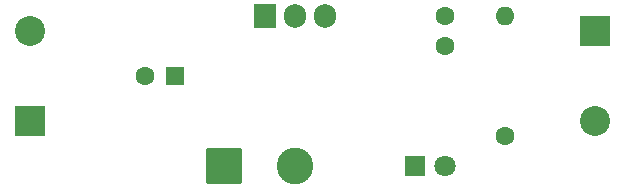
<source format=gbr>
%TF.GenerationSoftware,KiCad,Pcbnew,7.0.8*%
%TF.CreationDate,2023-10-07T13:31:36+02:00*%
%TF.ProjectId,Spannungsregler_(Zusatz),5370616e-6e75-46e6-9773-7265676c6572,rev?*%
%TF.SameCoordinates,Original*%
%TF.FileFunction,Copper,L2,Bot*%
%TF.FilePolarity,Positive*%
%FSLAX46Y46*%
G04 Gerber Fmt 4.6, Leading zero omitted, Abs format (unit mm)*
G04 Created by KiCad (PCBNEW 7.0.8) date 2023-10-07 13:31:36*
%MOMM*%
%LPD*%
G01*
G04 APERTURE LIST*
G04 Aperture macros list*
%AMRoundRect*
0 Rectangle with rounded corners*
0 $1 Rounding radius*
0 $2 $3 $4 $5 $6 $7 $8 $9 X,Y pos of 4 corners*
0 Add a 4 corners polygon primitive as box body*
4,1,4,$2,$3,$4,$5,$6,$7,$8,$9,$2,$3,0*
0 Add four circle primitives for the rounded corners*
1,1,$1+$1,$2,$3*
1,1,$1+$1,$4,$5*
1,1,$1+$1,$6,$7*
1,1,$1+$1,$8,$9*
0 Add four rect primitives between the rounded corners*
20,1,$1+$1,$2,$3,$4,$5,0*
20,1,$1+$1,$4,$5,$6,$7,0*
20,1,$1+$1,$6,$7,$8,$9,0*
20,1,$1+$1,$8,$9,$2,$3,0*%
G04 Aperture macros list end*
%TA.AperFunction,ComponentPad*%
%ADD10C,1.600000*%
%TD*%
%TA.AperFunction,ComponentPad*%
%ADD11O,1.600000X1.600000*%
%TD*%
%TA.AperFunction,ComponentPad*%
%ADD12R,1.800000X1.800000*%
%TD*%
%TA.AperFunction,ComponentPad*%
%ADD13C,1.800000*%
%TD*%
%TA.AperFunction,ComponentPad*%
%ADD14R,1.905000X2.000000*%
%TD*%
%TA.AperFunction,ComponentPad*%
%ADD15O,1.905000X2.000000*%
%TD*%
%TA.AperFunction,ComponentPad*%
%ADD16C,3.100000*%
%TD*%
%TA.AperFunction,ComponentPad*%
%ADD17RoundRect,0.249999X-1.300001X-1.300001X1.300001X-1.300001X1.300001X1.300001X-1.300001X1.300001X0*%
%TD*%
%TA.AperFunction,ComponentPad*%
%ADD18R,2.540000X2.540000*%
%TD*%
%TA.AperFunction,ComponentPad*%
%ADD19C,2.540000*%
%TD*%
%TA.AperFunction,ComponentPad*%
%ADD20R,1.600000X1.600000*%
%TD*%
G04 APERTURE END LIST*
D10*
%TO.P,R1,1*%
%TO.N,Net-(D1-A)*%
X139700000Y-83820000D03*
D11*
%TO.P,R1,2*%
%TO.N,Net-(J2-Pin_1)*%
X139700000Y-73660000D03*
%TD*%
D12*
%TO.P,D1,1,K*%
%TO.N,Net-(D1-K)*%
X132080000Y-86360000D03*
D13*
%TO.P,D1,2,A*%
%TO.N,Net-(D1-A)*%
X134620000Y-86360000D03*
%TD*%
D14*
%TO.P,LM7805,1,VI*%
%TO.N,Net-(U1-VI)*%
X119380000Y-73660000D03*
D15*
%TO.P,LM7805,2,GND*%
%TO.N,Net-(D1-K)*%
X121920000Y-73660000D03*
%TO.P,LM7805,3,VO*%
%TO.N,Net-(J2-Pin_1)*%
X124460000Y-73660000D03*
%TD*%
D16*
%TO.P,SW1,2*%
%TO.N,Net-(U1-VI)*%
X121920000Y-86360000D03*
D17*
%TO.P,SW1,1*%
%TO.N,Net-(J1-Pin_1)*%
X115920000Y-86360000D03*
%TD*%
D18*
%TO.P,J2,1,Pin_1*%
%TO.N,Net-(J2-Pin_1)*%
X147320000Y-74930000D03*
D19*
%TO.P,J2,2,Pin_2*%
%TO.N,Net-(D1-K)*%
X147320000Y-82550000D03*
%TD*%
D18*
%TO.P,J1,1,Pin_1*%
%TO.N,Net-(J1-Pin_1)*%
X99510000Y-82550000D03*
D19*
%TO.P,J1,2,Pin_2*%
%TO.N,Net-(D1-K)*%
X99510000Y-74930000D03*
%TD*%
D10*
%TO.P,C2,1*%
%TO.N,Net-(J2-Pin_1)*%
X134620000Y-73660000D03*
%TO.P,C2,2*%
%TO.N,Net-(D1-K)*%
X134620000Y-76160000D03*
%TD*%
D20*
%TO.P,C1,1*%
%TO.N,Net-(U1-VI)*%
X111760000Y-78740000D03*
D10*
%TO.P,C1,2*%
%TO.N,Net-(D1-K)*%
X109260000Y-78740000D03*
%TD*%
M02*

</source>
